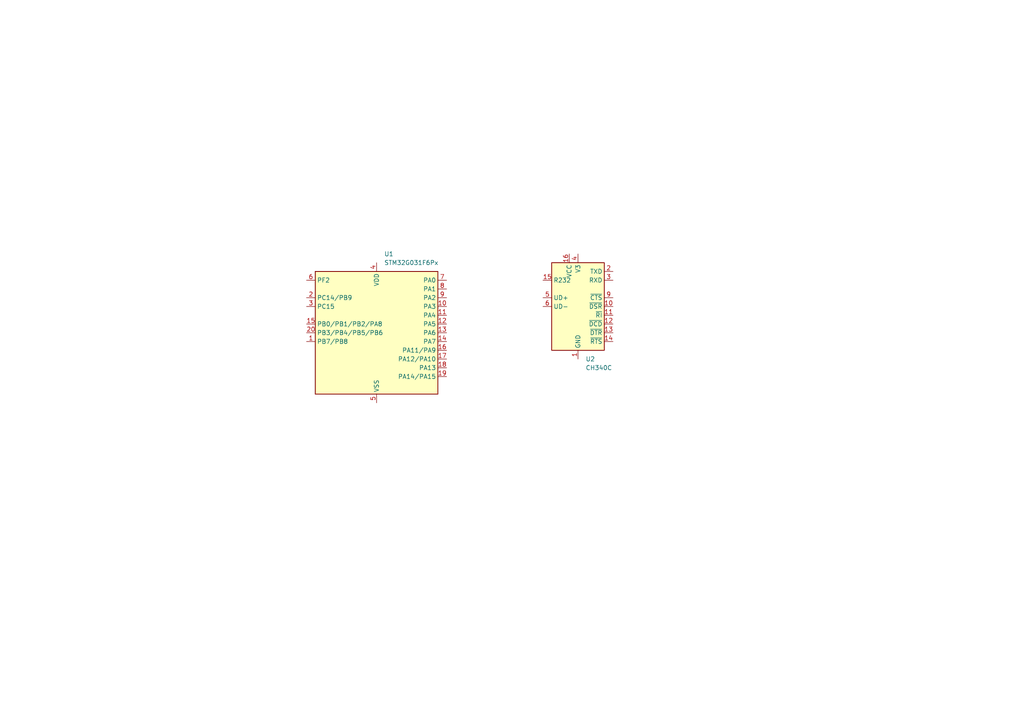
<source format=kicad_sch>
(kicad_sch (version 20231120) (generator "eeschema") (generator_version "8.0")
  (paper "A4")
  (lib_symbols
    (symbol "Interface_USB:CH340C"
      (property "Reference" "U" (at -5.08 13.97 0))
      (property "Value" "CH340C" (at 1.27 13.97 0))
      (symbol "CH340C_0_1"
        (rectangle (start -7.62 12.7) (end 7.62 -12.7) (stroke (width 0.254)) (fill (type background)))
      )
      (symbol "CH340C_1_1"
        (pin power_in line (at 0 -15.24 90) (length 2.54) (name "GND") (number "1"))
        (pin input line (at 10.16 0 180) (length 2.54) (name "~{DSR}") (number "10"))
        (pin input line (at 10.16 -2.54 180) (length 2.54) (name "~{RI}") (number "11"))
        (pin input line (at 10.16 -5.08 180) (length 2.54) (name "~{DCD}") (number "12"))
        (pin output line (at 10.16 -7.62 180) (length 2.54) (name "~{DTR}") (number "13"))
        (pin output line (at 10.16 -10.16 180) (length 2.54) (name "~{RTS}") (number "14"))
        (pin input line (at -10.16 7.62 0) (length 2.54) (name "R232") (number "15"))
        (pin power_in line (at -2.54 15.24 270) (length 2.54) (name "VCC") (number "16"))
        (pin output line (at 10.16 10.16 180) (length 2.54) (name "TXD") (number "2"))
        (pin input line (at 10.16 7.62 180) (length 2.54) (name "RXD") (number "3"))
        (pin power_out line (at 0 15.24 270) (length 2.54) (name "V3") (number "4"))
        (pin bidirectional line (at -10.16 2.54 0) (length 2.54) (name "UD+") (number "5"))
        (pin bidirectional line (at -10.16 0 0) (length 2.54) (name "UD-") (number "6"))
        (pin no_connect line (at -7.62 -5.08 0) (length 2.54) hide (name "NC") (number "7"))
        (pin no_connect line (at -7.62 -7.62 0) (length 2.54) hide (name "NC") (number "8"))
        (pin input line (at 10.16 2.54 180) (length 2.54) (name "~{CTS}") (number "9"))
      )
    )
    (symbol "MCU_ST_STM32G0:STM32G031F6Px"
      (property "Reference" "U" (at -17.78 19.05 0))
      (property "Value" "STM32G031F6Px" (at 2.54 19.05 0))
      (symbol "STM32G031F6Px_0_1"
        (rectangle (start -17.78 -17.78) (end 17.78 17.78) (stroke (width 0.254)) (fill (type background)))
      )
      (symbol "STM32G031F6Px_1_1"
        (pin bidirectional line (at -20.32 -2.54 0) (length 2.54) (name "PB7/PB8") (number "1"))
        (pin bidirectional line (at 20.32 7.62 180) (length 2.54) (name "PA3") (number "10"))
        (pin bidirectional line (at 20.32 5.08 180) (length 2.54) (name "PA4") (number "11"))
        (pin bidirectional line (at 20.32 2.54 180) (length 2.54) (name "PA5") (number "12"))
        (pin bidirectional line (at 20.32 0 180) (length 2.54) (name "PA6") (number "13"))
        (pin bidirectional line (at 20.32 -2.54 180) (length 2.54) (name "PA7") (number "14"))
        (pin bidirectional line (at -20.32 2.54 0) (length 2.54) (name "PB0/PB1/PB2/PA8") (number "15"))
        (pin bidirectional line (at 20.32 -5.08 180) (length 2.54) (name "PA11/PA9") (number "16"))
        (pin bidirectional line (at 20.32 -7.62 180) (length 2.54) (name "PA12/PA10") (number "17"))
        (pin bidirectional line (at 20.32 -10.16 180) (length 2.54) (name "PA13") (number "18"))
        (pin bidirectional line (at 20.32 -12.7 180) (length 2.54) (name "PA14/PA15") (number "19"))
        (pin bidirectional line (at -20.32 10.16 0) (length 2.54) (name "PC14/PB9") (number "2"))
        (pin bidirectional line (at -20.32 0 0) (length 2.54) (name "PB3/PB4/PB5/PB6") (number "20"))
        (pin bidirectional line (at -20.32 7.62 0) (length 2.54) (name "PC15") (number "3"))
        (pin power_in line (at 0 20.32 270) (length 2.54) (name "VDD") (number "4"))
        (pin power_in line (at 0 -20.32 90) (length 2.54) (name "VSS") (number "5"))
        (pin bidirectional line (at -20.32 15.24 0) (length 2.54) (name "PF2") (number "6"))
        (pin bidirectional line (at 20.32 15.24 180) (length 2.54) (name "PA0") (number "7"))
        (pin bidirectional line (at 20.32 12.7 180) (length 2.54) (name "PA1") (number "8"))
        (pin bidirectional line (at 20.32 10.16 180) (length 2.54) (name "PA2") (number "9"))
      )
    )
  )
  (symbol (lib_id "MCU_ST_STM32G0:STM32G031F6Px") (at 109.22 96.52 0) (unit 1)
    (property "Reference" "U1" (at 111.4141 73.66 0) (effects (justify left)))
    (property "Value" "STM32G031F6Px" (at 111.4141 76.2 0) (effects (justify left)))
    (property "Footprint" "Package_SO:TSSOP-20_4.4x6.5mm_P0.65mm" (effects (hide yes)))
    (property "Datasheet" "https://www.st.com/resource/en/datasheet/stm32g031f6.pdf" (effects (hide yes)))
    (property "Description" "STMicroelectronics Arm Cortex-M0+ MCU, 32KB flash, 8KB RAM, 64 MHz, 1.7-3.6V, 18 GPIO, TSSOP20" (effects (hide yes)))
  )
  (symbol (lib_id "Interface_USB:CH340C") (at 167.64 88.9 0) (unit 1)
    (property "Reference" "U2" (at 169.8341 104.14 0) (effects (justify left)))
    (property "Value" "CH340C" (at 169.8341 106.68 0) (effects (justify left)))
    (property "Footprint" "Package_SO:SOIC-16_3.9x9.9mm_P1.27mm" (effects (hide yes)))
    (property "Datasheet" "https://datasheet.lcsc.com/szlcsc/Jiangsu-Qin-Heng-CH340C_C84681.pdf" (effects (hide yes)))
    (property "Description" "USB serial converter, crystal-less, UART, SOIC-16" (effects (hide yes)))
  )
)
</source>
